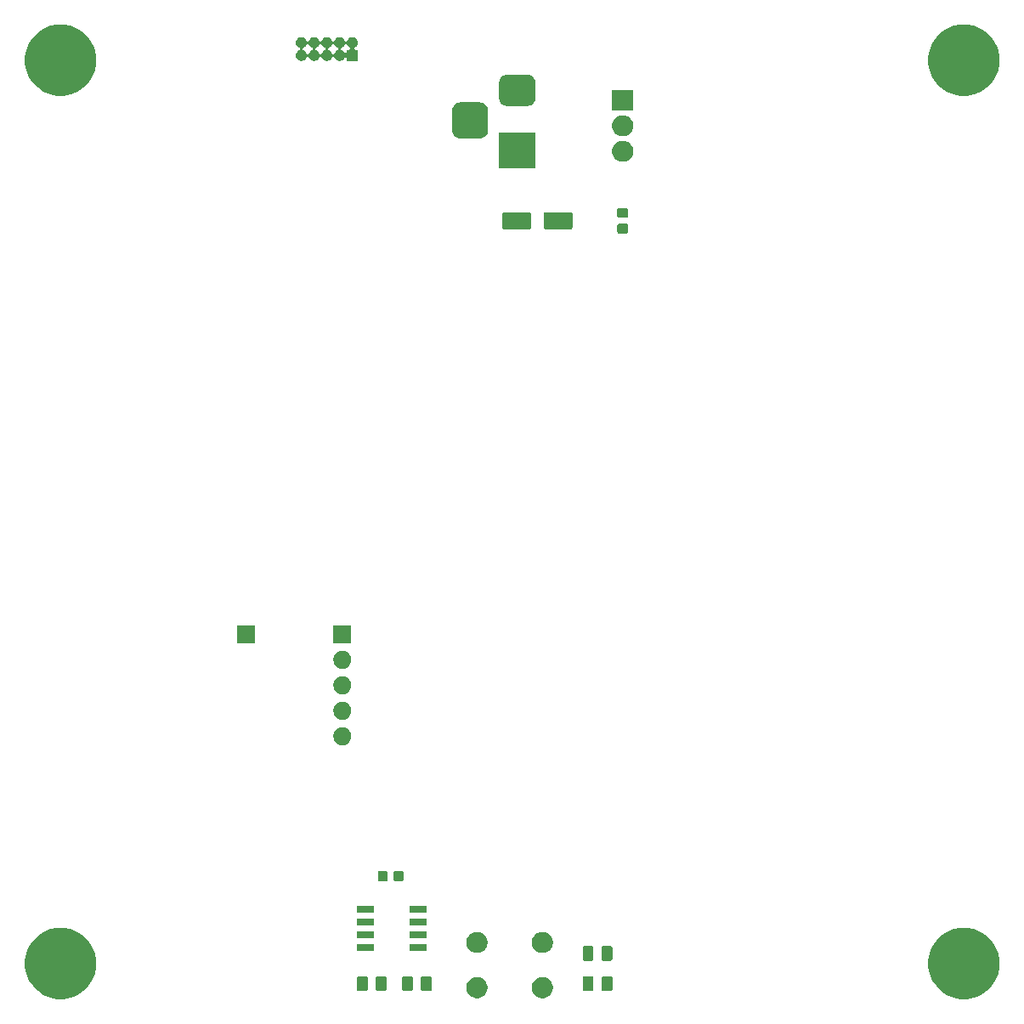
<source format=gbr>
G04 #@! TF.GenerationSoftware,KiCad,Pcbnew,(5.1.5-0-10_14)*
G04 #@! TF.CreationDate,2020-05-09T18:14:48-06:00*
G04 #@! TF.ProjectId,business-card-v3-programmer-board-pcb,62757369-6e65-4737-932d-636172642d76,rev?*
G04 #@! TF.SameCoordinates,Original*
G04 #@! TF.FileFunction,Soldermask,Top*
G04 #@! TF.FilePolarity,Negative*
%FSLAX46Y46*%
G04 Gerber Fmt 4.6, Leading zero omitted, Abs format (unit mm)*
G04 Created by KiCad (PCBNEW (5.1.5-0-10_14)) date 2020-05-09 18:14:48*
%MOMM*%
%LPD*%
G04 APERTURE LIST*
%ADD10C,0.100000*%
G04 APERTURE END LIST*
D10*
G36*
X193535787Y-151585462D02*
G01*
X193535790Y-151585463D01*
X193535789Y-151585463D01*
X194182029Y-151853144D01*
X194763631Y-152241758D01*
X195258242Y-152736369D01*
X195646856Y-153317971D01*
X195807353Y-153705445D01*
X195914538Y-153964213D01*
X196051000Y-154650256D01*
X196051000Y-155349744D01*
X195914538Y-156035787D01*
X195914537Y-156035789D01*
X195646856Y-156682029D01*
X195258242Y-157263631D01*
X194763631Y-157758242D01*
X194182029Y-158146856D01*
X193994905Y-158224365D01*
X193535787Y-158414538D01*
X192849744Y-158551000D01*
X192150256Y-158551000D01*
X191464213Y-158414538D01*
X191005095Y-158224365D01*
X190817971Y-158146856D01*
X190236369Y-157758242D01*
X189741758Y-157263631D01*
X189353144Y-156682029D01*
X189085463Y-156035789D01*
X189085462Y-156035787D01*
X188949000Y-155349744D01*
X188949000Y-154650256D01*
X189085462Y-153964213D01*
X189192647Y-153705445D01*
X189353144Y-153317971D01*
X189741758Y-152736369D01*
X190236369Y-152241758D01*
X190817971Y-151853144D01*
X191464211Y-151585463D01*
X191464210Y-151585463D01*
X191464213Y-151585462D01*
X192150256Y-151449000D01*
X192849744Y-151449000D01*
X193535787Y-151585462D01*
G37*
G36*
X103535787Y-151585462D02*
G01*
X103535790Y-151585463D01*
X103535789Y-151585463D01*
X104182029Y-151853144D01*
X104763631Y-152241758D01*
X105258242Y-152736369D01*
X105646856Y-153317971D01*
X105807353Y-153705445D01*
X105914538Y-153964213D01*
X106051000Y-154650256D01*
X106051000Y-155349744D01*
X105914538Y-156035787D01*
X105914537Y-156035789D01*
X105646856Y-156682029D01*
X105258242Y-157263631D01*
X104763631Y-157758242D01*
X104182029Y-158146856D01*
X103994905Y-158224365D01*
X103535787Y-158414538D01*
X102849744Y-158551000D01*
X102150256Y-158551000D01*
X101464213Y-158414538D01*
X101005095Y-158224365D01*
X100817971Y-158146856D01*
X100236369Y-157758242D01*
X99741758Y-157263631D01*
X99353144Y-156682029D01*
X99085463Y-156035789D01*
X99085462Y-156035787D01*
X98949000Y-155349744D01*
X98949000Y-154650256D01*
X99085462Y-153964213D01*
X99192647Y-153705445D01*
X99353144Y-153317971D01*
X99741758Y-152736369D01*
X100236369Y-152241758D01*
X100817971Y-151853144D01*
X101464211Y-151585463D01*
X101464210Y-151585463D01*
X101464213Y-151585462D01*
X102150256Y-151449000D01*
X102849744Y-151449000D01*
X103535787Y-151585462D01*
G37*
G36*
X150806564Y-156397389D02*
G01*
X150997833Y-156476615D01*
X150997835Y-156476616D01*
X151135587Y-156568659D01*
X151169973Y-156591635D01*
X151316365Y-156738027D01*
X151431385Y-156910167D01*
X151510611Y-157101436D01*
X151551000Y-157304484D01*
X151551000Y-157511516D01*
X151510611Y-157714564D01*
X151431385Y-157905833D01*
X151431384Y-157905835D01*
X151316365Y-158077973D01*
X151169973Y-158224365D01*
X150997835Y-158339384D01*
X150997834Y-158339385D01*
X150997833Y-158339385D01*
X150806564Y-158418611D01*
X150603516Y-158459000D01*
X150396484Y-158459000D01*
X150193436Y-158418611D01*
X150002167Y-158339385D01*
X150002166Y-158339385D01*
X150002165Y-158339384D01*
X149830027Y-158224365D01*
X149683635Y-158077973D01*
X149568616Y-157905835D01*
X149568615Y-157905833D01*
X149489389Y-157714564D01*
X149449000Y-157511516D01*
X149449000Y-157304484D01*
X149489389Y-157101436D01*
X149568615Y-156910167D01*
X149683635Y-156738027D01*
X149830027Y-156591635D01*
X149864413Y-156568659D01*
X150002165Y-156476616D01*
X150002167Y-156476615D01*
X150193436Y-156397389D01*
X150396484Y-156357000D01*
X150603516Y-156357000D01*
X150806564Y-156397389D01*
G37*
G36*
X144306564Y-156397389D02*
G01*
X144497833Y-156476615D01*
X144497835Y-156476616D01*
X144635587Y-156568659D01*
X144669973Y-156591635D01*
X144816365Y-156738027D01*
X144931385Y-156910167D01*
X145010611Y-157101436D01*
X145051000Y-157304484D01*
X145051000Y-157511516D01*
X145010611Y-157714564D01*
X144931385Y-157905833D01*
X144931384Y-157905835D01*
X144816365Y-158077973D01*
X144669973Y-158224365D01*
X144497835Y-158339384D01*
X144497834Y-158339385D01*
X144497833Y-158339385D01*
X144306564Y-158418611D01*
X144103516Y-158459000D01*
X143896484Y-158459000D01*
X143693436Y-158418611D01*
X143502167Y-158339385D01*
X143502166Y-158339385D01*
X143502165Y-158339384D01*
X143330027Y-158224365D01*
X143183635Y-158077973D01*
X143068616Y-157905835D01*
X143068615Y-157905833D01*
X142989389Y-157714564D01*
X142949000Y-157511516D01*
X142949000Y-157304484D01*
X142989389Y-157101436D01*
X143068615Y-156910167D01*
X143183635Y-156738027D01*
X143330027Y-156591635D01*
X143364413Y-156568659D01*
X143502165Y-156476616D01*
X143502167Y-156476615D01*
X143693436Y-156397389D01*
X143896484Y-156357000D01*
X144103516Y-156357000D01*
X144306564Y-156397389D01*
G37*
G36*
X157309468Y-156253565D02*
G01*
X157348138Y-156265296D01*
X157383777Y-156284346D01*
X157415017Y-156309983D01*
X157440654Y-156341223D01*
X157459704Y-156376862D01*
X157471435Y-156415532D01*
X157476000Y-156461888D01*
X157476000Y-157538112D01*
X157471435Y-157584468D01*
X157459704Y-157623138D01*
X157440654Y-157658777D01*
X157415017Y-157690017D01*
X157383777Y-157715654D01*
X157348138Y-157734704D01*
X157309468Y-157746435D01*
X157263112Y-157751000D01*
X156611888Y-157751000D01*
X156565532Y-157746435D01*
X156526862Y-157734704D01*
X156491223Y-157715654D01*
X156459983Y-157690017D01*
X156434346Y-157658777D01*
X156415296Y-157623138D01*
X156403565Y-157584468D01*
X156399000Y-157538112D01*
X156399000Y-156461888D01*
X156403565Y-156415532D01*
X156415296Y-156376862D01*
X156434346Y-156341223D01*
X156459983Y-156309983D01*
X156491223Y-156284346D01*
X156526862Y-156265296D01*
X156565532Y-156253565D01*
X156611888Y-156249000D01*
X157263112Y-156249000D01*
X157309468Y-156253565D01*
G37*
G36*
X155434468Y-156253565D02*
G01*
X155473138Y-156265296D01*
X155508777Y-156284346D01*
X155540017Y-156309983D01*
X155565654Y-156341223D01*
X155584704Y-156376862D01*
X155596435Y-156415532D01*
X155601000Y-156461888D01*
X155601000Y-157538112D01*
X155596435Y-157584468D01*
X155584704Y-157623138D01*
X155565654Y-157658777D01*
X155540017Y-157690017D01*
X155508777Y-157715654D01*
X155473138Y-157734704D01*
X155434468Y-157746435D01*
X155388112Y-157751000D01*
X154736888Y-157751000D01*
X154690532Y-157746435D01*
X154651862Y-157734704D01*
X154616223Y-157715654D01*
X154584983Y-157690017D01*
X154559346Y-157658777D01*
X154540296Y-157623138D01*
X154528565Y-157584468D01*
X154524000Y-157538112D01*
X154524000Y-156461888D01*
X154528565Y-156415532D01*
X154540296Y-156376862D01*
X154559346Y-156341223D01*
X154584983Y-156309983D01*
X154616223Y-156284346D01*
X154651862Y-156265296D01*
X154690532Y-156253565D01*
X154736888Y-156249000D01*
X155388112Y-156249000D01*
X155434468Y-156253565D01*
G37*
G36*
X139309468Y-156253565D02*
G01*
X139348138Y-156265296D01*
X139383777Y-156284346D01*
X139415017Y-156309983D01*
X139440654Y-156341223D01*
X139459704Y-156376862D01*
X139471435Y-156415532D01*
X139476000Y-156461888D01*
X139476000Y-157538112D01*
X139471435Y-157584468D01*
X139459704Y-157623138D01*
X139440654Y-157658777D01*
X139415017Y-157690017D01*
X139383777Y-157715654D01*
X139348138Y-157734704D01*
X139309468Y-157746435D01*
X139263112Y-157751000D01*
X138611888Y-157751000D01*
X138565532Y-157746435D01*
X138526862Y-157734704D01*
X138491223Y-157715654D01*
X138459983Y-157690017D01*
X138434346Y-157658777D01*
X138415296Y-157623138D01*
X138403565Y-157584468D01*
X138399000Y-157538112D01*
X138399000Y-156461888D01*
X138403565Y-156415532D01*
X138415296Y-156376862D01*
X138434346Y-156341223D01*
X138459983Y-156309983D01*
X138491223Y-156284346D01*
X138526862Y-156265296D01*
X138565532Y-156253565D01*
X138611888Y-156249000D01*
X139263112Y-156249000D01*
X139309468Y-156253565D01*
G37*
G36*
X137434468Y-156253565D02*
G01*
X137473138Y-156265296D01*
X137508777Y-156284346D01*
X137540017Y-156309983D01*
X137565654Y-156341223D01*
X137584704Y-156376862D01*
X137596435Y-156415532D01*
X137601000Y-156461888D01*
X137601000Y-157538112D01*
X137596435Y-157584468D01*
X137584704Y-157623138D01*
X137565654Y-157658777D01*
X137540017Y-157690017D01*
X137508777Y-157715654D01*
X137473138Y-157734704D01*
X137434468Y-157746435D01*
X137388112Y-157751000D01*
X136736888Y-157751000D01*
X136690532Y-157746435D01*
X136651862Y-157734704D01*
X136616223Y-157715654D01*
X136584983Y-157690017D01*
X136559346Y-157658777D01*
X136540296Y-157623138D01*
X136528565Y-157584468D01*
X136524000Y-157538112D01*
X136524000Y-156461888D01*
X136528565Y-156415532D01*
X136540296Y-156376862D01*
X136559346Y-156341223D01*
X136584983Y-156309983D01*
X136616223Y-156284346D01*
X136651862Y-156265296D01*
X136690532Y-156253565D01*
X136736888Y-156249000D01*
X137388112Y-156249000D01*
X137434468Y-156253565D01*
G37*
G36*
X134809468Y-156253565D02*
G01*
X134848138Y-156265296D01*
X134883777Y-156284346D01*
X134915017Y-156309983D01*
X134940654Y-156341223D01*
X134959704Y-156376862D01*
X134971435Y-156415532D01*
X134976000Y-156461888D01*
X134976000Y-157538112D01*
X134971435Y-157584468D01*
X134959704Y-157623138D01*
X134940654Y-157658777D01*
X134915017Y-157690017D01*
X134883777Y-157715654D01*
X134848138Y-157734704D01*
X134809468Y-157746435D01*
X134763112Y-157751000D01*
X134111888Y-157751000D01*
X134065532Y-157746435D01*
X134026862Y-157734704D01*
X133991223Y-157715654D01*
X133959983Y-157690017D01*
X133934346Y-157658777D01*
X133915296Y-157623138D01*
X133903565Y-157584468D01*
X133899000Y-157538112D01*
X133899000Y-156461888D01*
X133903565Y-156415532D01*
X133915296Y-156376862D01*
X133934346Y-156341223D01*
X133959983Y-156309983D01*
X133991223Y-156284346D01*
X134026862Y-156265296D01*
X134065532Y-156253565D01*
X134111888Y-156249000D01*
X134763112Y-156249000D01*
X134809468Y-156253565D01*
G37*
G36*
X132934468Y-156253565D02*
G01*
X132973138Y-156265296D01*
X133008777Y-156284346D01*
X133040017Y-156309983D01*
X133065654Y-156341223D01*
X133084704Y-156376862D01*
X133096435Y-156415532D01*
X133101000Y-156461888D01*
X133101000Y-157538112D01*
X133096435Y-157584468D01*
X133084704Y-157623138D01*
X133065654Y-157658777D01*
X133040017Y-157690017D01*
X133008777Y-157715654D01*
X132973138Y-157734704D01*
X132934468Y-157746435D01*
X132888112Y-157751000D01*
X132236888Y-157751000D01*
X132190532Y-157746435D01*
X132151862Y-157734704D01*
X132116223Y-157715654D01*
X132084983Y-157690017D01*
X132059346Y-157658777D01*
X132040296Y-157623138D01*
X132028565Y-157584468D01*
X132024000Y-157538112D01*
X132024000Y-156461888D01*
X132028565Y-156415532D01*
X132040296Y-156376862D01*
X132059346Y-156341223D01*
X132084983Y-156309983D01*
X132116223Y-156284346D01*
X132151862Y-156265296D01*
X132190532Y-156253565D01*
X132236888Y-156249000D01*
X132888112Y-156249000D01*
X132934468Y-156253565D01*
G37*
G36*
X157309468Y-153253565D02*
G01*
X157348138Y-153265296D01*
X157383777Y-153284346D01*
X157415017Y-153309983D01*
X157440654Y-153341223D01*
X157459704Y-153376862D01*
X157471435Y-153415532D01*
X157476000Y-153461888D01*
X157476000Y-154538112D01*
X157471435Y-154584468D01*
X157459704Y-154623138D01*
X157440654Y-154658777D01*
X157415017Y-154690017D01*
X157383777Y-154715654D01*
X157348138Y-154734704D01*
X157309468Y-154746435D01*
X157263112Y-154751000D01*
X156611888Y-154751000D01*
X156565532Y-154746435D01*
X156526862Y-154734704D01*
X156491223Y-154715654D01*
X156459983Y-154690017D01*
X156434346Y-154658777D01*
X156415296Y-154623138D01*
X156403565Y-154584468D01*
X156399000Y-154538112D01*
X156399000Y-153461888D01*
X156403565Y-153415532D01*
X156415296Y-153376862D01*
X156434346Y-153341223D01*
X156459983Y-153309983D01*
X156491223Y-153284346D01*
X156526862Y-153265296D01*
X156565532Y-153253565D01*
X156611888Y-153249000D01*
X157263112Y-153249000D01*
X157309468Y-153253565D01*
G37*
G36*
X155434468Y-153253565D02*
G01*
X155473138Y-153265296D01*
X155508777Y-153284346D01*
X155540017Y-153309983D01*
X155565654Y-153341223D01*
X155584704Y-153376862D01*
X155596435Y-153415532D01*
X155601000Y-153461888D01*
X155601000Y-154538112D01*
X155596435Y-154584468D01*
X155584704Y-154623138D01*
X155565654Y-154658777D01*
X155540017Y-154690017D01*
X155508777Y-154715654D01*
X155473138Y-154734704D01*
X155434468Y-154746435D01*
X155388112Y-154751000D01*
X154736888Y-154751000D01*
X154690532Y-154746435D01*
X154651862Y-154734704D01*
X154616223Y-154715654D01*
X154584983Y-154690017D01*
X154559346Y-154658777D01*
X154540296Y-154623138D01*
X154528565Y-154584468D01*
X154524000Y-154538112D01*
X154524000Y-153461888D01*
X154528565Y-153415532D01*
X154540296Y-153376862D01*
X154559346Y-153341223D01*
X154584983Y-153309983D01*
X154616223Y-153284346D01*
X154651862Y-153265296D01*
X154690532Y-153253565D01*
X154736888Y-153249000D01*
X155388112Y-153249000D01*
X155434468Y-153253565D01*
G37*
G36*
X150806564Y-151897389D02*
G01*
X150994728Y-151975329D01*
X150997835Y-151976616D01*
X151169973Y-152091635D01*
X151316365Y-152238027D01*
X151409666Y-152377661D01*
X151431385Y-152410167D01*
X151510611Y-152601436D01*
X151551000Y-152804484D01*
X151551000Y-153011516D01*
X151510611Y-153214564D01*
X151467778Y-153317972D01*
X151431384Y-153405835D01*
X151316365Y-153577973D01*
X151169973Y-153724365D01*
X150997835Y-153839384D01*
X150997834Y-153839385D01*
X150997833Y-153839385D01*
X150806564Y-153918611D01*
X150603516Y-153959000D01*
X150396484Y-153959000D01*
X150193436Y-153918611D01*
X150002167Y-153839385D01*
X150002166Y-153839385D01*
X150002165Y-153839384D01*
X149830027Y-153724365D01*
X149683635Y-153577973D01*
X149568616Y-153405835D01*
X149532222Y-153317972D01*
X149489389Y-153214564D01*
X149449000Y-153011516D01*
X149449000Y-152804484D01*
X149489389Y-152601436D01*
X149568615Y-152410167D01*
X149590335Y-152377661D01*
X149683635Y-152238027D01*
X149830027Y-152091635D01*
X150002165Y-151976616D01*
X150005272Y-151975329D01*
X150193436Y-151897389D01*
X150396484Y-151857000D01*
X150603516Y-151857000D01*
X150806564Y-151897389D01*
G37*
G36*
X144306564Y-151897389D02*
G01*
X144494728Y-151975329D01*
X144497835Y-151976616D01*
X144669973Y-152091635D01*
X144816365Y-152238027D01*
X144909666Y-152377661D01*
X144931385Y-152410167D01*
X145010611Y-152601436D01*
X145051000Y-152804484D01*
X145051000Y-153011516D01*
X145010611Y-153214564D01*
X144967778Y-153317972D01*
X144931384Y-153405835D01*
X144816365Y-153577973D01*
X144669973Y-153724365D01*
X144497835Y-153839384D01*
X144497834Y-153839385D01*
X144497833Y-153839385D01*
X144306564Y-153918611D01*
X144103516Y-153959000D01*
X143896484Y-153959000D01*
X143693436Y-153918611D01*
X143502167Y-153839385D01*
X143502166Y-153839385D01*
X143502165Y-153839384D01*
X143330027Y-153724365D01*
X143183635Y-153577973D01*
X143068616Y-153405835D01*
X143032222Y-153317972D01*
X142989389Y-153214564D01*
X142949000Y-153011516D01*
X142949000Y-152804484D01*
X142989389Y-152601436D01*
X143068615Y-152410167D01*
X143090335Y-152377661D01*
X143183635Y-152238027D01*
X143330027Y-152091635D01*
X143502165Y-151976616D01*
X143505272Y-151975329D01*
X143693436Y-151897389D01*
X143896484Y-151857000D01*
X144103516Y-151857000D01*
X144306564Y-151897389D01*
G37*
G36*
X133659928Y-153056764D02*
G01*
X133681009Y-153063160D01*
X133700445Y-153073548D01*
X133717476Y-153087524D01*
X133731452Y-153104555D01*
X133741840Y-153123991D01*
X133748236Y-153145072D01*
X133751000Y-153173140D01*
X133751000Y-153636860D01*
X133748236Y-153664928D01*
X133741840Y-153686009D01*
X133731452Y-153705445D01*
X133717476Y-153722476D01*
X133700445Y-153736452D01*
X133681009Y-153746840D01*
X133659928Y-153753236D01*
X133631860Y-153756000D01*
X132118140Y-153756000D01*
X132090072Y-153753236D01*
X132068991Y-153746840D01*
X132049555Y-153736452D01*
X132032524Y-153722476D01*
X132018548Y-153705445D01*
X132008160Y-153686009D01*
X132001764Y-153664928D01*
X131999000Y-153636860D01*
X131999000Y-153173140D01*
X132001764Y-153145072D01*
X132008160Y-153123991D01*
X132018548Y-153104555D01*
X132032524Y-153087524D01*
X132049555Y-153073548D01*
X132068991Y-153063160D01*
X132090072Y-153056764D01*
X132118140Y-153054000D01*
X133631860Y-153054000D01*
X133659928Y-153056764D01*
G37*
G36*
X138909928Y-153056764D02*
G01*
X138931009Y-153063160D01*
X138950445Y-153073548D01*
X138967476Y-153087524D01*
X138981452Y-153104555D01*
X138991840Y-153123991D01*
X138998236Y-153145072D01*
X139001000Y-153173140D01*
X139001000Y-153636860D01*
X138998236Y-153664928D01*
X138991840Y-153686009D01*
X138981452Y-153705445D01*
X138967476Y-153722476D01*
X138950445Y-153736452D01*
X138931009Y-153746840D01*
X138909928Y-153753236D01*
X138881860Y-153756000D01*
X137368140Y-153756000D01*
X137340072Y-153753236D01*
X137318991Y-153746840D01*
X137299555Y-153736452D01*
X137282524Y-153722476D01*
X137268548Y-153705445D01*
X137258160Y-153686009D01*
X137251764Y-153664928D01*
X137249000Y-153636860D01*
X137249000Y-153173140D01*
X137251764Y-153145072D01*
X137258160Y-153123991D01*
X137268548Y-153104555D01*
X137282524Y-153087524D01*
X137299555Y-153073548D01*
X137318991Y-153063160D01*
X137340072Y-153056764D01*
X137368140Y-153054000D01*
X138881860Y-153054000D01*
X138909928Y-153056764D01*
G37*
G36*
X133659928Y-151786764D02*
G01*
X133681009Y-151793160D01*
X133700445Y-151803548D01*
X133717476Y-151817524D01*
X133731452Y-151834555D01*
X133741840Y-151853991D01*
X133748236Y-151875072D01*
X133751000Y-151903140D01*
X133751000Y-152366860D01*
X133748236Y-152394928D01*
X133741840Y-152416009D01*
X133731452Y-152435445D01*
X133717476Y-152452476D01*
X133700445Y-152466452D01*
X133681009Y-152476840D01*
X133659928Y-152483236D01*
X133631860Y-152486000D01*
X132118140Y-152486000D01*
X132090072Y-152483236D01*
X132068991Y-152476840D01*
X132049555Y-152466452D01*
X132032524Y-152452476D01*
X132018548Y-152435445D01*
X132008160Y-152416009D01*
X132001764Y-152394928D01*
X131999000Y-152366860D01*
X131999000Y-151903140D01*
X132001764Y-151875072D01*
X132008160Y-151853991D01*
X132018548Y-151834555D01*
X132032524Y-151817524D01*
X132049555Y-151803548D01*
X132068991Y-151793160D01*
X132090072Y-151786764D01*
X132118140Y-151784000D01*
X133631860Y-151784000D01*
X133659928Y-151786764D01*
G37*
G36*
X138909928Y-151786764D02*
G01*
X138931009Y-151793160D01*
X138950445Y-151803548D01*
X138967476Y-151817524D01*
X138981452Y-151834555D01*
X138991840Y-151853991D01*
X138998236Y-151875072D01*
X139001000Y-151903140D01*
X139001000Y-152366860D01*
X138998236Y-152394928D01*
X138991840Y-152416009D01*
X138981452Y-152435445D01*
X138967476Y-152452476D01*
X138950445Y-152466452D01*
X138931009Y-152476840D01*
X138909928Y-152483236D01*
X138881860Y-152486000D01*
X137368140Y-152486000D01*
X137340072Y-152483236D01*
X137318991Y-152476840D01*
X137299555Y-152466452D01*
X137282524Y-152452476D01*
X137268548Y-152435445D01*
X137258160Y-152416009D01*
X137251764Y-152394928D01*
X137249000Y-152366860D01*
X137249000Y-151903140D01*
X137251764Y-151875072D01*
X137258160Y-151853991D01*
X137268548Y-151834555D01*
X137282524Y-151817524D01*
X137299555Y-151803548D01*
X137318991Y-151793160D01*
X137340072Y-151786764D01*
X137368140Y-151784000D01*
X138881860Y-151784000D01*
X138909928Y-151786764D01*
G37*
G36*
X133659928Y-150516764D02*
G01*
X133681009Y-150523160D01*
X133700445Y-150533548D01*
X133717476Y-150547524D01*
X133731452Y-150564555D01*
X133741840Y-150583991D01*
X133748236Y-150605072D01*
X133751000Y-150633140D01*
X133751000Y-151096860D01*
X133748236Y-151124928D01*
X133741840Y-151146009D01*
X133731452Y-151165445D01*
X133717476Y-151182476D01*
X133700445Y-151196452D01*
X133681009Y-151206840D01*
X133659928Y-151213236D01*
X133631860Y-151216000D01*
X132118140Y-151216000D01*
X132090072Y-151213236D01*
X132068991Y-151206840D01*
X132049555Y-151196452D01*
X132032524Y-151182476D01*
X132018548Y-151165445D01*
X132008160Y-151146009D01*
X132001764Y-151124928D01*
X131999000Y-151096860D01*
X131999000Y-150633140D01*
X132001764Y-150605072D01*
X132008160Y-150583991D01*
X132018548Y-150564555D01*
X132032524Y-150547524D01*
X132049555Y-150533548D01*
X132068991Y-150523160D01*
X132090072Y-150516764D01*
X132118140Y-150514000D01*
X133631860Y-150514000D01*
X133659928Y-150516764D01*
G37*
G36*
X138909928Y-150516764D02*
G01*
X138931009Y-150523160D01*
X138950445Y-150533548D01*
X138967476Y-150547524D01*
X138981452Y-150564555D01*
X138991840Y-150583991D01*
X138998236Y-150605072D01*
X139001000Y-150633140D01*
X139001000Y-151096860D01*
X138998236Y-151124928D01*
X138991840Y-151146009D01*
X138981452Y-151165445D01*
X138967476Y-151182476D01*
X138950445Y-151196452D01*
X138931009Y-151206840D01*
X138909928Y-151213236D01*
X138881860Y-151216000D01*
X137368140Y-151216000D01*
X137340072Y-151213236D01*
X137318991Y-151206840D01*
X137299555Y-151196452D01*
X137282524Y-151182476D01*
X137268548Y-151165445D01*
X137258160Y-151146009D01*
X137251764Y-151124928D01*
X137249000Y-151096860D01*
X137249000Y-150633140D01*
X137251764Y-150605072D01*
X137258160Y-150583991D01*
X137268548Y-150564555D01*
X137282524Y-150547524D01*
X137299555Y-150533548D01*
X137318991Y-150523160D01*
X137340072Y-150516764D01*
X137368140Y-150514000D01*
X138881860Y-150514000D01*
X138909928Y-150516764D01*
G37*
G36*
X133659928Y-149246764D02*
G01*
X133681009Y-149253160D01*
X133700445Y-149263548D01*
X133717476Y-149277524D01*
X133731452Y-149294555D01*
X133741840Y-149313991D01*
X133748236Y-149335072D01*
X133751000Y-149363140D01*
X133751000Y-149826860D01*
X133748236Y-149854928D01*
X133741840Y-149876009D01*
X133731452Y-149895445D01*
X133717476Y-149912476D01*
X133700445Y-149926452D01*
X133681009Y-149936840D01*
X133659928Y-149943236D01*
X133631860Y-149946000D01*
X132118140Y-149946000D01*
X132090072Y-149943236D01*
X132068991Y-149936840D01*
X132049555Y-149926452D01*
X132032524Y-149912476D01*
X132018548Y-149895445D01*
X132008160Y-149876009D01*
X132001764Y-149854928D01*
X131999000Y-149826860D01*
X131999000Y-149363140D01*
X132001764Y-149335072D01*
X132008160Y-149313991D01*
X132018548Y-149294555D01*
X132032524Y-149277524D01*
X132049555Y-149263548D01*
X132068991Y-149253160D01*
X132090072Y-149246764D01*
X132118140Y-149244000D01*
X133631860Y-149244000D01*
X133659928Y-149246764D01*
G37*
G36*
X138909928Y-149246764D02*
G01*
X138931009Y-149253160D01*
X138950445Y-149263548D01*
X138967476Y-149277524D01*
X138981452Y-149294555D01*
X138991840Y-149313991D01*
X138998236Y-149335072D01*
X139001000Y-149363140D01*
X139001000Y-149826860D01*
X138998236Y-149854928D01*
X138991840Y-149876009D01*
X138981452Y-149895445D01*
X138967476Y-149912476D01*
X138950445Y-149926452D01*
X138931009Y-149936840D01*
X138909928Y-149943236D01*
X138881860Y-149946000D01*
X137368140Y-149946000D01*
X137340072Y-149943236D01*
X137318991Y-149936840D01*
X137299555Y-149926452D01*
X137282524Y-149912476D01*
X137268548Y-149895445D01*
X137258160Y-149876009D01*
X137251764Y-149854928D01*
X137249000Y-149826860D01*
X137249000Y-149363140D01*
X137251764Y-149335072D01*
X137258160Y-149313991D01*
X137268548Y-149294555D01*
X137282524Y-149277524D01*
X137299555Y-149263548D01*
X137318991Y-149253160D01*
X137340072Y-149246764D01*
X137368140Y-149244000D01*
X138881860Y-149244000D01*
X138909928Y-149246764D01*
G37*
G36*
X134936591Y-145782085D02*
G01*
X134970569Y-145792393D01*
X135001890Y-145809134D01*
X135029339Y-145831661D01*
X135051866Y-145859110D01*
X135068607Y-145890431D01*
X135078915Y-145924409D01*
X135083000Y-145965890D01*
X135083000Y-146642110D01*
X135078915Y-146683591D01*
X135068607Y-146717569D01*
X135051866Y-146748890D01*
X135029339Y-146776339D01*
X135001890Y-146798866D01*
X134970569Y-146815607D01*
X134936591Y-146825915D01*
X134895110Y-146830000D01*
X134293890Y-146830000D01*
X134252409Y-146825915D01*
X134218431Y-146815607D01*
X134187110Y-146798866D01*
X134159661Y-146776339D01*
X134137134Y-146748890D01*
X134120393Y-146717569D01*
X134110085Y-146683591D01*
X134106000Y-146642110D01*
X134106000Y-145965890D01*
X134110085Y-145924409D01*
X134120393Y-145890431D01*
X134137134Y-145859110D01*
X134159661Y-145831661D01*
X134187110Y-145809134D01*
X134218431Y-145792393D01*
X134252409Y-145782085D01*
X134293890Y-145778000D01*
X134895110Y-145778000D01*
X134936591Y-145782085D01*
G37*
G36*
X136511591Y-145782085D02*
G01*
X136545569Y-145792393D01*
X136576890Y-145809134D01*
X136604339Y-145831661D01*
X136626866Y-145859110D01*
X136643607Y-145890431D01*
X136653915Y-145924409D01*
X136658000Y-145965890D01*
X136658000Y-146642110D01*
X136653915Y-146683591D01*
X136643607Y-146717569D01*
X136626866Y-146748890D01*
X136604339Y-146776339D01*
X136576890Y-146798866D01*
X136545569Y-146815607D01*
X136511591Y-146825915D01*
X136470110Y-146830000D01*
X135868890Y-146830000D01*
X135827409Y-146825915D01*
X135793431Y-146815607D01*
X135762110Y-146798866D01*
X135734661Y-146776339D01*
X135712134Y-146748890D01*
X135695393Y-146717569D01*
X135685085Y-146683591D01*
X135681000Y-146642110D01*
X135681000Y-145965890D01*
X135685085Y-145924409D01*
X135695393Y-145890431D01*
X135712134Y-145859110D01*
X135734661Y-145831661D01*
X135762110Y-145809134D01*
X135793431Y-145792393D01*
X135827409Y-145782085D01*
X135868890Y-145778000D01*
X136470110Y-145778000D01*
X136511591Y-145782085D01*
G37*
G36*
X130689512Y-131463927D02*
G01*
X130838812Y-131493624D01*
X131002784Y-131561544D01*
X131150354Y-131660147D01*
X131275853Y-131785646D01*
X131374456Y-131933216D01*
X131442376Y-132097188D01*
X131477000Y-132271259D01*
X131477000Y-132448741D01*
X131442376Y-132622812D01*
X131374456Y-132786784D01*
X131275853Y-132934354D01*
X131150354Y-133059853D01*
X131002784Y-133158456D01*
X130838812Y-133226376D01*
X130689512Y-133256073D01*
X130664742Y-133261000D01*
X130487258Y-133261000D01*
X130462488Y-133256073D01*
X130313188Y-133226376D01*
X130149216Y-133158456D01*
X130001646Y-133059853D01*
X129876147Y-132934354D01*
X129777544Y-132786784D01*
X129709624Y-132622812D01*
X129675000Y-132448741D01*
X129675000Y-132271259D01*
X129709624Y-132097188D01*
X129777544Y-131933216D01*
X129876147Y-131785646D01*
X130001646Y-131660147D01*
X130149216Y-131561544D01*
X130313188Y-131493624D01*
X130462488Y-131463927D01*
X130487258Y-131459000D01*
X130664742Y-131459000D01*
X130689512Y-131463927D01*
G37*
G36*
X130689512Y-128923927D02*
G01*
X130838812Y-128953624D01*
X131002784Y-129021544D01*
X131150354Y-129120147D01*
X131275853Y-129245646D01*
X131374456Y-129393216D01*
X131442376Y-129557188D01*
X131477000Y-129731259D01*
X131477000Y-129908741D01*
X131442376Y-130082812D01*
X131374456Y-130246784D01*
X131275853Y-130394354D01*
X131150354Y-130519853D01*
X131002784Y-130618456D01*
X130838812Y-130686376D01*
X130689512Y-130716073D01*
X130664742Y-130721000D01*
X130487258Y-130721000D01*
X130462488Y-130716073D01*
X130313188Y-130686376D01*
X130149216Y-130618456D01*
X130001646Y-130519853D01*
X129876147Y-130394354D01*
X129777544Y-130246784D01*
X129709624Y-130082812D01*
X129675000Y-129908741D01*
X129675000Y-129731259D01*
X129709624Y-129557188D01*
X129777544Y-129393216D01*
X129876147Y-129245646D01*
X130001646Y-129120147D01*
X130149216Y-129021544D01*
X130313188Y-128953624D01*
X130462488Y-128923927D01*
X130487258Y-128919000D01*
X130664742Y-128919000D01*
X130689512Y-128923927D01*
G37*
G36*
X130689512Y-126383927D02*
G01*
X130838812Y-126413624D01*
X131002784Y-126481544D01*
X131150354Y-126580147D01*
X131275853Y-126705646D01*
X131374456Y-126853216D01*
X131442376Y-127017188D01*
X131477000Y-127191259D01*
X131477000Y-127368741D01*
X131442376Y-127542812D01*
X131374456Y-127706784D01*
X131275853Y-127854354D01*
X131150354Y-127979853D01*
X131002784Y-128078456D01*
X130838812Y-128146376D01*
X130689512Y-128176073D01*
X130664742Y-128181000D01*
X130487258Y-128181000D01*
X130462488Y-128176073D01*
X130313188Y-128146376D01*
X130149216Y-128078456D01*
X130001646Y-127979853D01*
X129876147Y-127854354D01*
X129777544Y-127706784D01*
X129709624Y-127542812D01*
X129675000Y-127368741D01*
X129675000Y-127191259D01*
X129709624Y-127017188D01*
X129777544Y-126853216D01*
X129876147Y-126705646D01*
X130001646Y-126580147D01*
X130149216Y-126481544D01*
X130313188Y-126413624D01*
X130462488Y-126383927D01*
X130487258Y-126379000D01*
X130664742Y-126379000D01*
X130689512Y-126383927D01*
G37*
G36*
X130689512Y-123843927D02*
G01*
X130838812Y-123873624D01*
X131002784Y-123941544D01*
X131150354Y-124040147D01*
X131275853Y-124165646D01*
X131374456Y-124313216D01*
X131442376Y-124477188D01*
X131477000Y-124651259D01*
X131477000Y-124828741D01*
X131442376Y-125002812D01*
X131374456Y-125166784D01*
X131275853Y-125314354D01*
X131150354Y-125439853D01*
X131002784Y-125538456D01*
X130838812Y-125606376D01*
X130689512Y-125636073D01*
X130664742Y-125641000D01*
X130487258Y-125641000D01*
X130462488Y-125636073D01*
X130313188Y-125606376D01*
X130149216Y-125538456D01*
X130001646Y-125439853D01*
X129876147Y-125314354D01*
X129777544Y-125166784D01*
X129709624Y-125002812D01*
X129675000Y-124828741D01*
X129675000Y-124651259D01*
X129709624Y-124477188D01*
X129777544Y-124313216D01*
X129876147Y-124165646D01*
X130001646Y-124040147D01*
X130149216Y-123941544D01*
X130313188Y-123873624D01*
X130462488Y-123843927D01*
X130487258Y-123839000D01*
X130664742Y-123839000D01*
X130689512Y-123843927D01*
G37*
G36*
X131477000Y-123101000D02*
G01*
X129675000Y-123101000D01*
X129675000Y-121299000D01*
X131477000Y-121299000D01*
X131477000Y-123101000D01*
G37*
G36*
X121901000Y-123101000D02*
G01*
X120099000Y-123101000D01*
X120099000Y-121299000D01*
X121901000Y-121299000D01*
X121901000Y-123101000D01*
G37*
G36*
X158879591Y-81303085D02*
G01*
X158913569Y-81313393D01*
X158944890Y-81330134D01*
X158972339Y-81352661D01*
X158994866Y-81380110D01*
X159011607Y-81411431D01*
X159021915Y-81445409D01*
X159026000Y-81486890D01*
X159026000Y-82088110D01*
X159021915Y-82129591D01*
X159011607Y-82163569D01*
X158994866Y-82194890D01*
X158972339Y-82222339D01*
X158944890Y-82244866D01*
X158913569Y-82261607D01*
X158879591Y-82271915D01*
X158838110Y-82276000D01*
X158161890Y-82276000D01*
X158120409Y-82271915D01*
X158086431Y-82261607D01*
X158055110Y-82244866D01*
X158027661Y-82222339D01*
X158005134Y-82194890D01*
X157988393Y-82163569D01*
X157978085Y-82129591D01*
X157974000Y-82088110D01*
X157974000Y-81486890D01*
X157978085Y-81445409D01*
X157988393Y-81411431D01*
X158005134Y-81380110D01*
X158027661Y-81352661D01*
X158055110Y-81330134D01*
X158086431Y-81313393D01*
X158120409Y-81303085D01*
X158161890Y-81299000D01*
X158838110Y-81299000D01*
X158879591Y-81303085D01*
G37*
G36*
X149230997Y-80153051D02*
G01*
X149264652Y-80163261D01*
X149295665Y-80179838D01*
X149322851Y-80202149D01*
X149345162Y-80229335D01*
X149361739Y-80260348D01*
X149371949Y-80294003D01*
X149376000Y-80335138D01*
X149376000Y-81664862D01*
X149371949Y-81705997D01*
X149361739Y-81739652D01*
X149345162Y-81770665D01*
X149322851Y-81797851D01*
X149295665Y-81820162D01*
X149264652Y-81836739D01*
X149230997Y-81846949D01*
X149189862Y-81851000D01*
X146685138Y-81851000D01*
X146644003Y-81846949D01*
X146610348Y-81836739D01*
X146579335Y-81820162D01*
X146552149Y-81797851D01*
X146529838Y-81770665D01*
X146513261Y-81739652D01*
X146503051Y-81705997D01*
X146499000Y-81664862D01*
X146499000Y-80335138D01*
X146503051Y-80294003D01*
X146513261Y-80260348D01*
X146529838Y-80229335D01*
X146552149Y-80202149D01*
X146579335Y-80179838D01*
X146610348Y-80163261D01*
X146644003Y-80153051D01*
X146685138Y-80149000D01*
X149189862Y-80149000D01*
X149230997Y-80153051D01*
G37*
G36*
X153355997Y-80153051D02*
G01*
X153389652Y-80163261D01*
X153420665Y-80179838D01*
X153447851Y-80202149D01*
X153470162Y-80229335D01*
X153486739Y-80260348D01*
X153496949Y-80294003D01*
X153501000Y-80335138D01*
X153501000Y-81664862D01*
X153496949Y-81705997D01*
X153486739Y-81739652D01*
X153470162Y-81770665D01*
X153447851Y-81797851D01*
X153420665Y-81820162D01*
X153389652Y-81836739D01*
X153355997Y-81846949D01*
X153314862Y-81851000D01*
X150810138Y-81851000D01*
X150769003Y-81846949D01*
X150735348Y-81836739D01*
X150704335Y-81820162D01*
X150677149Y-81797851D01*
X150654838Y-81770665D01*
X150638261Y-81739652D01*
X150628051Y-81705997D01*
X150624000Y-81664862D01*
X150624000Y-80335138D01*
X150628051Y-80294003D01*
X150638261Y-80260348D01*
X150654838Y-80229335D01*
X150677149Y-80202149D01*
X150704335Y-80179838D01*
X150735348Y-80163261D01*
X150769003Y-80153051D01*
X150810138Y-80149000D01*
X153314862Y-80149000D01*
X153355997Y-80153051D01*
G37*
G36*
X158879591Y-79728085D02*
G01*
X158913569Y-79738393D01*
X158944890Y-79755134D01*
X158972339Y-79777661D01*
X158994866Y-79805110D01*
X159011607Y-79836431D01*
X159021915Y-79870409D01*
X159026000Y-79911890D01*
X159026000Y-80513110D01*
X159021915Y-80554591D01*
X159011607Y-80588569D01*
X158994866Y-80619890D01*
X158972339Y-80647339D01*
X158944890Y-80669866D01*
X158913569Y-80686607D01*
X158879591Y-80696915D01*
X158838110Y-80701000D01*
X158161890Y-80701000D01*
X158120409Y-80696915D01*
X158086431Y-80686607D01*
X158055110Y-80669866D01*
X158027661Y-80647339D01*
X158005134Y-80619890D01*
X157988393Y-80588569D01*
X157978085Y-80554591D01*
X157974000Y-80513110D01*
X157974000Y-79911890D01*
X157978085Y-79870409D01*
X157988393Y-79836431D01*
X158005134Y-79805110D01*
X158027661Y-79777661D01*
X158055110Y-79755134D01*
X158086431Y-79738393D01*
X158120409Y-79728085D01*
X158161890Y-79724000D01*
X158838110Y-79724000D01*
X158879591Y-79728085D01*
G37*
G36*
X149801000Y-75801000D02*
G01*
X146199000Y-75801000D01*
X146199000Y-72199000D01*
X149801000Y-72199000D01*
X149801000Y-75801000D01*
G37*
G36*
X158806564Y-73069389D02*
G01*
X158997833Y-73148615D01*
X158997835Y-73148616D01*
X159169973Y-73263635D01*
X159316365Y-73410027D01*
X159431385Y-73582167D01*
X159510611Y-73773436D01*
X159551000Y-73976484D01*
X159551000Y-74183516D01*
X159510611Y-74386564D01*
X159431385Y-74577833D01*
X159431384Y-74577835D01*
X159316365Y-74749973D01*
X159169973Y-74896365D01*
X158997835Y-75011384D01*
X158997834Y-75011385D01*
X158997833Y-75011385D01*
X158806564Y-75090611D01*
X158603516Y-75131000D01*
X158396484Y-75131000D01*
X158193436Y-75090611D01*
X158002167Y-75011385D01*
X158002166Y-75011385D01*
X158002165Y-75011384D01*
X157830027Y-74896365D01*
X157683635Y-74749973D01*
X157568616Y-74577835D01*
X157568615Y-74577833D01*
X157489389Y-74386564D01*
X157449000Y-74183516D01*
X157449000Y-73976484D01*
X157489389Y-73773436D01*
X157568615Y-73582167D01*
X157683635Y-73410027D01*
X157830027Y-73263635D01*
X158002165Y-73148616D01*
X158002167Y-73148615D01*
X158193436Y-73069389D01*
X158396484Y-73029000D01*
X158603516Y-73029000D01*
X158806564Y-73069389D01*
G37*
G36*
X144426366Y-69215695D02*
G01*
X144583460Y-69263349D01*
X144728231Y-69340731D01*
X144855128Y-69444872D01*
X144959269Y-69571769D01*
X145036651Y-69716540D01*
X145084305Y-69873634D01*
X145101000Y-70043140D01*
X145101000Y-71956860D01*
X145084305Y-72126366D01*
X145036651Y-72283460D01*
X144959269Y-72428231D01*
X144855128Y-72555128D01*
X144728231Y-72659269D01*
X144583460Y-72736651D01*
X144426366Y-72784305D01*
X144256860Y-72801000D01*
X142343140Y-72801000D01*
X142173634Y-72784305D01*
X142016540Y-72736651D01*
X141871769Y-72659269D01*
X141744872Y-72555128D01*
X141640731Y-72428231D01*
X141563349Y-72283460D01*
X141515695Y-72126366D01*
X141499000Y-71956860D01*
X141499000Y-70043140D01*
X141515695Y-69873634D01*
X141563349Y-69716540D01*
X141640731Y-69571769D01*
X141744872Y-69444872D01*
X141871769Y-69340731D01*
X142016540Y-69263349D01*
X142173634Y-69215695D01*
X142343140Y-69199000D01*
X144256860Y-69199000D01*
X144426366Y-69215695D01*
G37*
G36*
X158806564Y-70529389D02*
G01*
X158997833Y-70608615D01*
X158997835Y-70608616D01*
X159169973Y-70723635D01*
X159316365Y-70870027D01*
X159431385Y-71042167D01*
X159510611Y-71233436D01*
X159551000Y-71436484D01*
X159551000Y-71643516D01*
X159510611Y-71846564D01*
X159488270Y-71900500D01*
X159431384Y-72037835D01*
X159316365Y-72209973D01*
X159169973Y-72356365D01*
X158997835Y-72471384D01*
X158997834Y-72471385D01*
X158997833Y-72471385D01*
X158806564Y-72550611D01*
X158603516Y-72591000D01*
X158396484Y-72591000D01*
X158193436Y-72550611D01*
X158002167Y-72471385D01*
X158002166Y-72471385D01*
X158002165Y-72471384D01*
X157830027Y-72356365D01*
X157683635Y-72209973D01*
X157568616Y-72037835D01*
X157511730Y-71900500D01*
X157489389Y-71846564D01*
X157449000Y-71643516D01*
X157449000Y-71436484D01*
X157489389Y-71233436D01*
X157568615Y-71042167D01*
X157683635Y-70870027D01*
X157830027Y-70723635D01*
X158002165Y-70608616D01*
X158002167Y-70608615D01*
X158193436Y-70529389D01*
X158396484Y-70489000D01*
X158603516Y-70489000D01*
X158806564Y-70529389D01*
G37*
G36*
X159551000Y-70051000D02*
G01*
X157449000Y-70051000D01*
X157449000Y-67949000D01*
X159551000Y-67949000D01*
X159551000Y-70051000D01*
G37*
G36*
X149226979Y-66463293D02*
G01*
X149360625Y-66503834D01*
X149483784Y-66569664D01*
X149591740Y-66658260D01*
X149680336Y-66766216D01*
X149746166Y-66889375D01*
X149786707Y-67023021D01*
X149801000Y-67168140D01*
X149801000Y-68831860D01*
X149786707Y-68976979D01*
X149746166Y-69110625D01*
X149680336Y-69233784D01*
X149591740Y-69341740D01*
X149483784Y-69430336D01*
X149360625Y-69496166D01*
X149226979Y-69536707D01*
X149081860Y-69551000D01*
X146918140Y-69551000D01*
X146773021Y-69536707D01*
X146639375Y-69496166D01*
X146516216Y-69430336D01*
X146408260Y-69341740D01*
X146319664Y-69233784D01*
X146253834Y-69110625D01*
X146213293Y-68976979D01*
X146199000Y-68831860D01*
X146199000Y-67168140D01*
X146213293Y-67023021D01*
X146253834Y-66889375D01*
X146319664Y-66766216D01*
X146408260Y-66658260D01*
X146516216Y-66569664D01*
X146639375Y-66503834D01*
X146773021Y-66463293D01*
X146918140Y-66449000D01*
X149081860Y-66449000D01*
X149226979Y-66463293D01*
G37*
G36*
X103535787Y-61585462D02*
G01*
X103535790Y-61585463D01*
X103535789Y-61585463D01*
X104182029Y-61853144D01*
X104763631Y-62241758D01*
X105258242Y-62736369D01*
X105646856Y-63317971D01*
X105761541Y-63594845D01*
X105914538Y-63964213D01*
X106051000Y-64650256D01*
X106051000Y-65349744D01*
X105914538Y-66035787D01*
X105914537Y-66035789D01*
X105646856Y-66682029D01*
X105258242Y-67263631D01*
X104763631Y-67758242D01*
X104182029Y-68146856D01*
X103725068Y-68336135D01*
X103535787Y-68414538D01*
X102849744Y-68551000D01*
X102150256Y-68551000D01*
X101464213Y-68414538D01*
X101274932Y-68336135D01*
X100817971Y-68146856D01*
X100236369Y-67758242D01*
X99741758Y-67263631D01*
X99353144Y-66682029D01*
X99085463Y-66035789D01*
X99085462Y-66035787D01*
X98949000Y-65349744D01*
X98949000Y-64650256D01*
X99085462Y-63964213D01*
X99238459Y-63594845D01*
X99353144Y-63317971D01*
X99741758Y-62736369D01*
X100236369Y-62241758D01*
X100817971Y-61853144D01*
X101464211Y-61585463D01*
X101464210Y-61585463D01*
X101464213Y-61585462D01*
X102150256Y-61449000D01*
X102849744Y-61449000D01*
X103535787Y-61585462D01*
G37*
G36*
X193535787Y-61585462D02*
G01*
X193535790Y-61585463D01*
X193535789Y-61585463D01*
X194182029Y-61853144D01*
X194763631Y-62241758D01*
X195258242Y-62736369D01*
X195646856Y-63317971D01*
X195761541Y-63594845D01*
X195914538Y-63964213D01*
X196051000Y-64650256D01*
X196051000Y-65349744D01*
X195914538Y-66035787D01*
X195914537Y-66035789D01*
X195646856Y-66682029D01*
X195258242Y-67263631D01*
X194763631Y-67758242D01*
X194182029Y-68146856D01*
X193725068Y-68336135D01*
X193535787Y-68414538D01*
X192849744Y-68551000D01*
X192150256Y-68551000D01*
X191464213Y-68414538D01*
X191274932Y-68336135D01*
X190817971Y-68146856D01*
X190236369Y-67758242D01*
X189741758Y-67263631D01*
X189353144Y-66682029D01*
X189085463Y-66035789D01*
X189085462Y-66035787D01*
X188949000Y-65349744D01*
X188949000Y-64650256D01*
X189085462Y-63964213D01*
X189238459Y-63594845D01*
X189353144Y-63317971D01*
X189741758Y-62736369D01*
X190236369Y-62241758D01*
X190817971Y-61853144D01*
X191464211Y-61585463D01*
X191464210Y-61585463D01*
X191464213Y-61585462D01*
X192150256Y-61449000D01*
X192849744Y-61449000D01*
X193535787Y-61585462D01*
G37*
G36*
X126652721Y-62716174D02*
G01*
X126752995Y-62757709D01*
X126752996Y-62757710D01*
X126843242Y-62818010D01*
X126919990Y-62894758D01*
X126919991Y-62894760D01*
X126980291Y-62985005D01*
X127011516Y-63060389D01*
X127023067Y-63082000D01*
X127038612Y-63100941D01*
X127057554Y-63116487D01*
X127079165Y-63128038D01*
X127102614Y-63135151D01*
X127127000Y-63137553D01*
X127151386Y-63135151D01*
X127174835Y-63128038D01*
X127196446Y-63116487D01*
X127215387Y-63100942D01*
X127230933Y-63082000D01*
X127242484Y-63060389D01*
X127273709Y-62985005D01*
X127334009Y-62894760D01*
X127334010Y-62894758D01*
X127410758Y-62818010D01*
X127501004Y-62757710D01*
X127501005Y-62757709D01*
X127601279Y-62716174D01*
X127707730Y-62695000D01*
X127816270Y-62695000D01*
X127922721Y-62716174D01*
X128022995Y-62757709D01*
X128022996Y-62757710D01*
X128113242Y-62818010D01*
X128189990Y-62894758D01*
X128189991Y-62894760D01*
X128250291Y-62985005D01*
X128281516Y-63060389D01*
X128293067Y-63082000D01*
X128308612Y-63100941D01*
X128327554Y-63116487D01*
X128349165Y-63128038D01*
X128372614Y-63135151D01*
X128397000Y-63137553D01*
X128421386Y-63135151D01*
X128444835Y-63128038D01*
X128466446Y-63116487D01*
X128485387Y-63100942D01*
X128500933Y-63082000D01*
X128512484Y-63060389D01*
X128543709Y-62985005D01*
X128604009Y-62894760D01*
X128604010Y-62894758D01*
X128680758Y-62818010D01*
X128771004Y-62757710D01*
X128771005Y-62757709D01*
X128871279Y-62716174D01*
X128977730Y-62695000D01*
X129086270Y-62695000D01*
X129192721Y-62716174D01*
X129292995Y-62757709D01*
X129292996Y-62757710D01*
X129383242Y-62818010D01*
X129459990Y-62894758D01*
X129459991Y-62894760D01*
X129520291Y-62985005D01*
X129551516Y-63060389D01*
X129563067Y-63082000D01*
X129578612Y-63100941D01*
X129597554Y-63116487D01*
X129619165Y-63128038D01*
X129642614Y-63135151D01*
X129667000Y-63137553D01*
X129691386Y-63135151D01*
X129714835Y-63128038D01*
X129736446Y-63116487D01*
X129755387Y-63100942D01*
X129770933Y-63082000D01*
X129782484Y-63060389D01*
X129813709Y-62985005D01*
X129874009Y-62894760D01*
X129874010Y-62894758D01*
X129950758Y-62818010D01*
X130041004Y-62757710D01*
X130041005Y-62757709D01*
X130141279Y-62716174D01*
X130247730Y-62695000D01*
X130356270Y-62695000D01*
X130462721Y-62716174D01*
X130562995Y-62757709D01*
X130562996Y-62757710D01*
X130653242Y-62818010D01*
X130729990Y-62894758D01*
X130729991Y-62894760D01*
X130790291Y-62985005D01*
X130821516Y-63060389D01*
X130833067Y-63082000D01*
X130848612Y-63100941D01*
X130867554Y-63116487D01*
X130889165Y-63128038D01*
X130912614Y-63135151D01*
X130937000Y-63137553D01*
X130961386Y-63135151D01*
X130984835Y-63128038D01*
X131006446Y-63116487D01*
X131025387Y-63100942D01*
X131040933Y-63082000D01*
X131052484Y-63060389D01*
X131083709Y-62985005D01*
X131144009Y-62894760D01*
X131144010Y-62894758D01*
X131220758Y-62818010D01*
X131311004Y-62757710D01*
X131311005Y-62757709D01*
X131411279Y-62716174D01*
X131517730Y-62695000D01*
X131626270Y-62695000D01*
X131732721Y-62716174D01*
X131832995Y-62757709D01*
X131832996Y-62757710D01*
X131923242Y-62818010D01*
X131999990Y-62894758D01*
X131999991Y-62894760D01*
X132060291Y-62985005D01*
X132101826Y-63085279D01*
X132123000Y-63191730D01*
X132123000Y-63300270D01*
X132101826Y-63406721D01*
X132060291Y-63506995D01*
X132060290Y-63506996D01*
X131999990Y-63597242D01*
X131923242Y-63673990D01*
X131891816Y-63694988D01*
X131830336Y-63736068D01*
X131811394Y-63751614D01*
X131795849Y-63770556D01*
X131784298Y-63792167D01*
X131777185Y-63815615D01*
X131774783Y-63840002D01*
X131777185Y-63864388D01*
X131784298Y-63887837D01*
X131795849Y-63909447D01*
X131811395Y-63928389D01*
X131830337Y-63943934D01*
X131851948Y-63955485D01*
X131875396Y-63962598D01*
X131899782Y-63965000D01*
X132123000Y-63965000D01*
X132123000Y-65067000D01*
X131021000Y-65067000D01*
X131021000Y-64843782D01*
X131018598Y-64819396D01*
X131011485Y-64795947D01*
X130999934Y-64774336D01*
X130984389Y-64755394D01*
X130965447Y-64739849D01*
X130943836Y-64728298D01*
X130920387Y-64721185D01*
X130896001Y-64718783D01*
X130871615Y-64721185D01*
X130848166Y-64728298D01*
X130826555Y-64739849D01*
X130807613Y-64755394D01*
X130792068Y-64774336D01*
X130750988Y-64835816D01*
X130729990Y-64867242D01*
X130653242Y-64943990D01*
X130635896Y-64955580D01*
X130562995Y-65004291D01*
X130462721Y-65045826D01*
X130356270Y-65067000D01*
X130247730Y-65067000D01*
X130141279Y-65045826D01*
X130041005Y-65004291D01*
X129968104Y-64955580D01*
X129950758Y-64943990D01*
X129874010Y-64867242D01*
X129842041Y-64819396D01*
X129813709Y-64776995D01*
X129782484Y-64701611D01*
X129770933Y-64680000D01*
X129755388Y-64661059D01*
X129736446Y-64645513D01*
X129714835Y-64633962D01*
X129691386Y-64626849D01*
X129667000Y-64624447D01*
X129642614Y-64626849D01*
X129619165Y-64633962D01*
X129597554Y-64645513D01*
X129578613Y-64661058D01*
X129563067Y-64680000D01*
X129551516Y-64701611D01*
X129520291Y-64776995D01*
X129491959Y-64819396D01*
X129459990Y-64867242D01*
X129383242Y-64943990D01*
X129365896Y-64955580D01*
X129292995Y-65004291D01*
X129192721Y-65045826D01*
X129086270Y-65067000D01*
X128977730Y-65067000D01*
X128871279Y-65045826D01*
X128771005Y-65004291D01*
X128698104Y-64955580D01*
X128680758Y-64943990D01*
X128604010Y-64867242D01*
X128572041Y-64819396D01*
X128543709Y-64776995D01*
X128512484Y-64701611D01*
X128500933Y-64680000D01*
X128485388Y-64661059D01*
X128466446Y-64645513D01*
X128444835Y-64633962D01*
X128421386Y-64626849D01*
X128397000Y-64624447D01*
X128372614Y-64626849D01*
X128349165Y-64633962D01*
X128327554Y-64645513D01*
X128308613Y-64661058D01*
X128293067Y-64680000D01*
X128281516Y-64701611D01*
X128250291Y-64776995D01*
X128221959Y-64819396D01*
X128189990Y-64867242D01*
X128113242Y-64943990D01*
X128095896Y-64955580D01*
X128022995Y-65004291D01*
X127922721Y-65045826D01*
X127816270Y-65067000D01*
X127707730Y-65067000D01*
X127601279Y-65045826D01*
X127501005Y-65004291D01*
X127428104Y-64955580D01*
X127410758Y-64943990D01*
X127334010Y-64867242D01*
X127302041Y-64819396D01*
X127273709Y-64776995D01*
X127242484Y-64701611D01*
X127230933Y-64680000D01*
X127215388Y-64661059D01*
X127196446Y-64645513D01*
X127174835Y-64633962D01*
X127151386Y-64626849D01*
X127127000Y-64624447D01*
X127102614Y-64626849D01*
X127079165Y-64633962D01*
X127057554Y-64645513D01*
X127038613Y-64661058D01*
X127023067Y-64680000D01*
X127011516Y-64701611D01*
X126980291Y-64776995D01*
X126951959Y-64819396D01*
X126919990Y-64867242D01*
X126843242Y-64943990D01*
X126825896Y-64955580D01*
X126752995Y-65004291D01*
X126652721Y-65045826D01*
X126546270Y-65067000D01*
X126437730Y-65067000D01*
X126331279Y-65045826D01*
X126231005Y-65004291D01*
X126158104Y-64955580D01*
X126140758Y-64943990D01*
X126064010Y-64867242D01*
X126032041Y-64819396D01*
X126003709Y-64776995D01*
X125962174Y-64676721D01*
X125941000Y-64570270D01*
X125941000Y-64461730D01*
X125962174Y-64355279D01*
X126003709Y-64255005D01*
X126064009Y-64164760D01*
X126064010Y-64164758D01*
X126140758Y-64088010D01*
X126231004Y-64027710D01*
X126231005Y-64027709D01*
X126306389Y-63996484D01*
X126328000Y-63984933D01*
X126346941Y-63969388D01*
X126362487Y-63950446D01*
X126374038Y-63928835D01*
X126381151Y-63905386D01*
X126383553Y-63881000D01*
X126600447Y-63881000D01*
X126602849Y-63905386D01*
X126609962Y-63928835D01*
X126621513Y-63950446D01*
X126637058Y-63969387D01*
X126656000Y-63984933D01*
X126677611Y-63996484D01*
X126752995Y-64027709D01*
X126752996Y-64027710D01*
X126843242Y-64088010D01*
X126919990Y-64164758D01*
X126919991Y-64164760D01*
X126980291Y-64255005D01*
X127011516Y-64330389D01*
X127023067Y-64352000D01*
X127038612Y-64370941D01*
X127057554Y-64386487D01*
X127079165Y-64398038D01*
X127102614Y-64405151D01*
X127127000Y-64407553D01*
X127151386Y-64405151D01*
X127174835Y-64398038D01*
X127196446Y-64386487D01*
X127215387Y-64370942D01*
X127230933Y-64352000D01*
X127242484Y-64330389D01*
X127273709Y-64255005D01*
X127334009Y-64164760D01*
X127334010Y-64164758D01*
X127410758Y-64088010D01*
X127501004Y-64027710D01*
X127501005Y-64027709D01*
X127576389Y-63996484D01*
X127598000Y-63984933D01*
X127616941Y-63969388D01*
X127632487Y-63950446D01*
X127644038Y-63928835D01*
X127651151Y-63905386D01*
X127653553Y-63881000D01*
X127870447Y-63881000D01*
X127872849Y-63905386D01*
X127879962Y-63928835D01*
X127891513Y-63950446D01*
X127907058Y-63969387D01*
X127926000Y-63984933D01*
X127947611Y-63996484D01*
X128022995Y-64027709D01*
X128022996Y-64027710D01*
X128113242Y-64088010D01*
X128189990Y-64164758D01*
X128189991Y-64164760D01*
X128250291Y-64255005D01*
X128281516Y-64330389D01*
X128293067Y-64352000D01*
X128308612Y-64370941D01*
X128327554Y-64386487D01*
X128349165Y-64398038D01*
X128372614Y-64405151D01*
X128397000Y-64407553D01*
X128421386Y-64405151D01*
X128444835Y-64398038D01*
X128466446Y-64386487D01*
X128485387Y-64370942D01*
X128500933Y-64352000D01*
X128512484Y-64330389D01*
X128543709Y-64255005D01*
X128604009Y-64164760D01*
X128604010Y-64164758D01*
X128680758Y-64088010D01*
X128771004Y-64027710D01*
X128771005Y-64027709D01*
X128846389Y-63996484D01*
X128868000Y-63984933D01*
X128886941Y-63969388D01*
X128902487Y-63950446D01*
X128914038Y-63928835D01*
X128921151Y-63905386D01*
X128923553Y-63881000D01*
X129140447Y-63881000D01*
X129142849Y-63905386D01*
X129149962Y-63928835D01*
X129161513Y-63950446D01*
X129177058Y-63969387D01*
X129196000Y-63984933D01*
X129217611Y-63996484D01*
X129292995Y-64027709D01*
X129292996Y-64027710D01*
X129383242Y-64088010D01*
X129459990Y-64164758D01*
X129459991Y-64164760D01*
X129520291Y-64255005D01*
X129551516Y-64330389D01*
X129563067Y-64352000D01*
X129578612Y-64370941D01*
X129597554Y-64386487D01*
X129619165Y-64398038D01*
X129642614Y-64405151D01*
X129667000Y-64407553D01*
X129691386Y-64405151D01*
X129714835Y-64398038D01*
X129736446Y-64386487D01*
X129755387Y-64370942D01*
X129770933Y-64352000D01*
X129782484Y-64330389D01*
X129813709Y-64255005D01*
X129874009Y-64164760D01*
X129874010Y-64164758D01*
X129950758Y-64088010D01*
X130041004Y-64027710D01*
X130041005Y-64027709D01*
X130116389Y-63996484D01*
X130138000Y-63984933D01*
X130156941Y-63969388D01*
X130172487Y-63950446D01*
X130184038Y-63928835D01*
X130191151Y-63905386D01*
X130193553Y-63881000D01*
X130410447Y-63881000D01*
X130412849Y-63905386D01*
X130419962Y-63928835D01*
X130431513Y-63950446D01*
X130447058Y-63969387D01*
X130466000Y-63984933D01*
X130487611Y-63996484D01*
X130562995Y-64027709D01*
X130562996Y-64027710D01*
X130653242Y-64088010D01*
X130729990Y-64164758D01*
X130729991Y-64164760D01*
X130792068Y-64257664D01*
X130807614Y-64276606D01*
X130826556Y-64292151D01*
X130848167Y-64303702D01*
X130871615Y-64310815D01*
X130896002Y-64313217D01*
X130920388Y-64310815D01*
X130943837Y-64303702D01*
X130965447Y-64292151D01*
X130984389Y-64276605D01*
X130999934Y-64257663D01*
X131011485Y-64236052D01*
X131018598Y-64212604D01*
X131021000Y-64188218D01*
X131021000Y-63965000D01*
X131244218Y-63965000D01*
X131268604Y-63962598D01*
X131292053Y-63955485D01*
X131313664Y-63943934D01*
X131332606Y-63928389D01*
X131348151Y-63909447D01*
X131359702Y-63887836D01*
X131366815Y-63864387D01*
X131369217Y-63840001D01*
X131366815Y-63815615D01*
X131359702Y-63792166D01*
X131348151Y-63770555D01*
X131332606Y-63751613D01*
X131313664Y-63736068D01*
X131252184Y-63694988D01*
X131220758Y-63673990D01*
X131144010Y-63597242D01*
X131083710Y-63506996D01*
X131083709Y-63506995D01*
X131052484Y-63431611D01*
X131040933Y-63410000D01*
X131025388Y-63391059D01*
X131006446Y-63375513D01*
X130984835Y-63363962D01*
X130961386Y-63356849D01*
X130937000Y-63354447D01*
X130912614Y-63356849D01*
X130889165Y-63363962D01*
X130867554Y-63375513D01*
X130848613Y-63391058D01*
X130833067Y-63410000D01*
X130821516Y-63431611D01*
X130790291Y-63506995D01*
X130790290Y-63506996D01*
X130729990Y-63597242D01*
X130653242Y-63673990D01*
X130607812Y-63704345D01*
X130562995Y-63734291D01*
X130487611Y-63765516D01*
X130466000Y-63777067D01*
X130447059Y-63792612D01*
X130431513Y-63811554D01*
X130419962Y-63833165D01*
X130412849Y-63856614D01*
X130410447Y-63881000D01*
X130193553Y-63881000D01*
X130191151Y-63856614D01*
X130184038Y-63833165D01*
X130172487Y-63811554D01*
X130156942Y-63792613D01*
X130138000Y-63777067D01*
X130116389Y-63765516D01*
X130041005Y-63734291D01*
X129996188Y-63704345D01*
X129950758Y-63673990D01*
X129874010Y-63597242D01*
X129813710Y-63506996D01*
X129813709Y-63506995D01*
X129782484Y-63431611D01*
X129770933Y-63410000D01*
X129755388Y-63391059D01*
X129736446Y-63375513D01*
X129714835Y-63363962D01*
X129691386Y-63356849D01*
X129667000Y-63354447D01*
X129642614Y-63356849D01*
X129619165Y-63363962D01*
X129597554Y-63375513D01*
X129578613Y-63391058D01*
X129563067Y-63410000D01*
X129551516Y-63431611D01*
X129520291Y-63506995D01*
X129520290Y-63506996D01*
X129459990Y-63597242D01*
X129383242Y-63673990D01*
X129337812Y-63704345D01*
X129292995Y-63734291D01*
X129217611Y-63765516D01*
X129196000Y-63777067D01*
X129177059Y-63792612D01*
X129161513Y-63811554D01*
X129149962Y-63833165D01*
X129142849Y-63856614D01*
X129140447Y-63881000D01*
X128923553Y-63881000D01*
X128921151Y-63856614D01*
X128914038Y-63833165D01*
X128902487Y-63811554D01*
X128886942Y-63792613D01*
X128868000Y-63777067D01*
X128846389Y-63765516D01*
X128771005Y-63734291D01*
X128726188Y-63704345D01*
X128680758Y-63673990D01*
X128604010Y-63597242D01*
X128543710Y-63506996D01*
X128543709Y-63506995D01*
X128512484Y-63431611D01*
X128500933Y-63410000D01*
X128485388Y-63391059D01*
X128466446Y-63375513D01*
X128444835Y-63363962D01*
X128421386Y-63356849D01*
X128397000Y-63354447D01*
X128372614Y-63356849D01*
X128349165Y-63363962D01*
X128327554Y-63375513D01*
X128308613Y-63391058D01*
X128293067Y-63410000D01*
X128281516Y-63431611D01*
X128250291Y-63506995D01*
X128250290Y-63506996D01*
X128189990Y-63597242D01*
X128113242Y-63673990D01*
X128067812Y-63704345D01*
X128022995Y-63734291D01*
X127947611Y-63765516D01*
X127926000Y-63777067D01*
X127907059Y-63792612D01*
X127891513Y-63811554D01*
X127879962Y-63833165D01*
X127872849Y-63856614D01*
X127870447Y-63881000D01*
X127653553Y-63881000D01*
X127651151Y-63856614D01*
X127644038Y-63833165D01*
X127632487Y-63811554D01*
X127616942Y-63792613D01*
X127598000Y-63777067D01*
X127576389Y-63765516D01*
X127501005Y-63734291D01*
X127456188Y-63704345D01*
X127410758Y-63673990D01*
X127334010Y-63597242D01*
X127273710Y-63506996D01*
X127273709Y-63506995D01*
X127242484Y-63431611D01*
X127230933Y-63410000D01*
X127215388Y-63391059D01*
X127196446Y-63375513D01*
X127174835Y-63363962D01*
X127151386Y-63356849D01*
X127127000Y-63354447D01*
X127102614Y-63356849D01*
X127079165Y-63363962D01*
X127057554Y-63375513D01*
X127038613Y-63391058D01*
X127023067Y-63410000D01*
X127011516Y-63431611D01*
X126980291Y-63506995D01*
X126980290Y-63506996D01*
X126919990Y-63597242D01*
X126843242Y-63673990D01*
X126797812Y-63704345D01*
X126752995Y-63734291D01*
X126677611Y-63765516D01*
X126656000Y-63777067D01*
X126637059Y-63792612D01*
X126621513Y-63811554D01*
X126609962Y-63833165D01*
X126602849Y-63856614D01*
X126600447Y-63881000D01*
X126383553Y-63881000D01*
X126381151Y-63856614D01*
X126374038Y-63833165D01*
X126362487Y-63811554D01*
X126346942Y-63792613D01*
X126328000Y-63777067D01*
X126306389Y-63765516D01*
X126231005Y-63734291D01*
X126186188Y-63704345D01*
X126140758Y-63673990D01*
X126064010Y-63597242D01*
X126003710Y-63506996D01*
X126003709Y-63506995D01*
X125962174Y-63406721D01*
X125941000Y-63300270D01*
X125941000Y-63191730D01*
X125962174Y-63085279D01*
X126003709Y-62985005D01*
X126064009Y-62894760D01*
X126064010Y-62894758D01*
X126140758Y-62818010D01*
X126231004Y-62757710D01*
X126231005Y-62757709D01*
X126331279Y-62716174D01*
X126437730Y-62695000D01*
X126546270Y-62695000D01*
X126652721Y-62716174D01*
G37*
M02*

</source>
